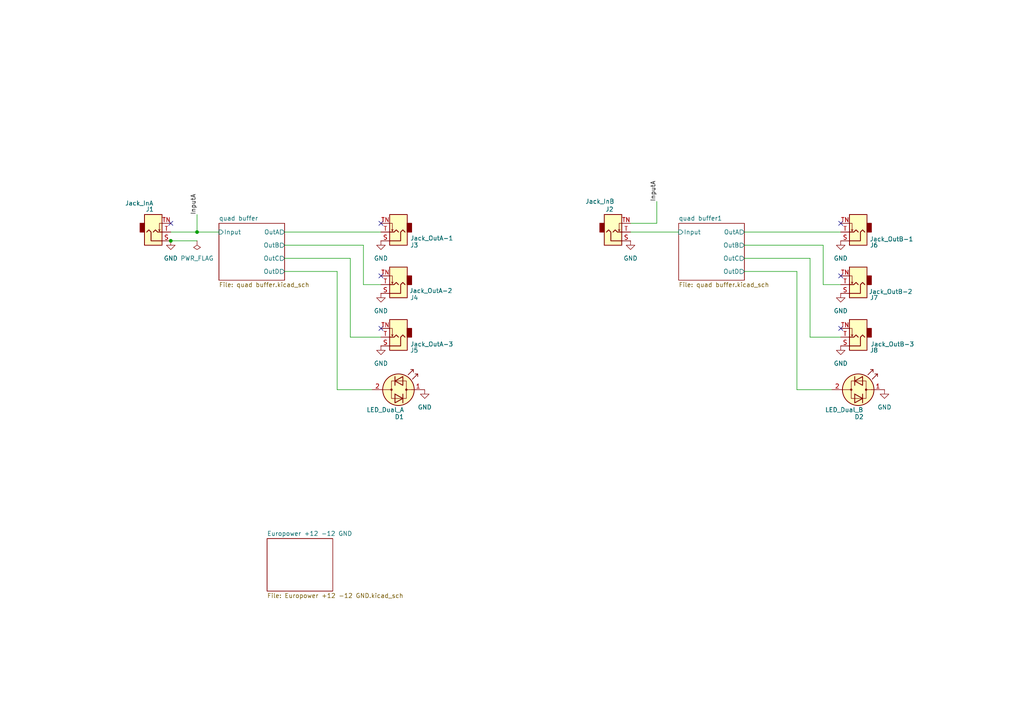
<source format=kicad_sch>
(kicad_sch (version 20250114) (generator "eeschema") (generator_version "9.0")
  (paper "A4")
  (title_block (title "Multiple Buffer Active") (date "2026-02-11") (rev "v1.1") (company "Dirty Dream - Nathanael Noir"))
  (lib_symbols
    (symbol "Connector_Audio:AudioJack2_SwitchT"
      (property "Reference" "J" (at 0 8.89 0))
      (property "Value" "AudioJack2_SwitchT" (at 0 6.35 0))
      (symbol "AudioJack2_SwitchT_0_1"
        (rectangle (start -2.54 0) (end -3.81 -2.54) (stroke (width 0.254)) (fill (type outline)))
        (polyline (pts (xy 0 0) (xy 0.635 -0.635) (xy 1.27 0) (xy 2.54 0)) (stroke (width 0.254)))
        (polyline (pts (xy 1.778 -0.254) (xy 2.032 -0.762)))
        (rectangle (start 2.54 3.81) (end -2.54 -5.08) (stroke (width 0.254)) (fill (type background)))
        (polyline (pts (xy 2.54 2.54) (xy -0.635 2.54) (xy -0.635 0) (xy -1.27 -0.635) (xy -1.905 0)) (stroke (width 0.254)))
        (polyline (pts (xy 2.54 -2.54) (xy 1.778 -2.54) (xy 1.778 -0.254) (xy 1.524 -0.762)))
      )
      (symbol "AudioJack2_SwitchT_1_1"
        (pin passive line (at 5.08 2.54 180) (length 2.54) (name "~") (number "S"))
        (pin passive line (at 5.08 0 180) (length 2.54) (name "~") (number "T"))
        (pin passive line (at 5.08 -2.54 180) (length 2.54) (name "~") (number "TN"))
      )
    )
    (symbol "Device:LED_Dual_Bidirectional" (pin_names (offset 0) (hide yes))
      (property "Reference" "D" (at 0 5.715 0))
      (property "Value" "LED_Dual_Bidirectional" (at 0 -6.35 0))
      (symbol "LED_Dual_Bidirectional_0_1"
        (polyline (pts (xy -4.572 0) (xy -2.54 0)))
        (circle (center -2.032 0) (radius 0.254) (fill (type outline)))
        (polyline (pts (xy -2.032 0) (xy -2.54 0)))
        (polyline (pts (xy -1.016 3.81) (xy -1.016 1.27)) (stroke (width 0.254)))
        (polyline (pts (xy -1.016 -1.27) (xy -1.016 -3.81) (xy 1.27 -2.54) (xy -1.016 -1.27)) (stroke (width 0.254)))
        (circle (center 0 0) (radius 4.572) (stroke (width 0.254)) (fill (type background)))
        (polyline (pts (xy 1.27 3.81) (xy 1.27 1.27) (xy -1.016 2.54) (xy 1.27 3.81)) (stroke (width 0.254)))
        (polyline (pts (xy 1.27 -1.27) (xy 1.27 -3.81)) (stroke (width 0.254)))
        (polyline (pts (xy 2.286 2.54) (xy -2.032 2.54) (xy -2.032 -2.54) (xy 2.286 -2.54) (xy 2.286 2.54)))
        (circle (center 2.286 0) (radius 0.254) (fill (type outline)))
        (polyline (pts (xy 2.794 4.318) (xy 4.318 5.842) (xy 3.556 5.842)) (stroke (width 0.2032)))
        (polyline (pts (xy 4.064 3.048) (xy 5.588 4.572) (xy 4.826 4.572)) (stroke (width 0.2032)))
        (polyline (pts (xy 4.064 0) (xy 2.286 0)) (fill (type outline)))
        (polyline (pts (xy 4.318 5.842) (xy 4.318 5.08)) (stroke (width 0.2032)))
        (polyline (pts (xy 5.588 4.572) (xy 5.588 3.81)) (stroke (width 0.2032)))
      )
      (symbol "LED_Dual_Bidirectional_1_1"
        (pin input line (at -7.62 0 0) (length 3.048) (name "AK") (number "2"))
        (pin input line (at 7.62 0 180) (length 3.81) (name "KA") (number "1"))
      )
    )
    (symbol "power:GND" (power) (pin_numbers (hide yes)) (pin_names (offset 0) (hide yes))
      (property "Value" "GND" (at 0 -3.81 0))
      (symbol "GND_0_1"
        (polyline (pts (xy 0 0) (xy 0 -1.27) (xy 1.27 -1.27) (xy 0 -2.54) (xy -1.27 -1.27) (xy 0 -1.27)))
      )
      (symbol "GND_1_1"
        (pin power_in line (at 0 0 270) (length 0) (name "~") (number "1"))
      )
    )
    (symbol "power:PWR_FLAG" (power) (pin_numbers (hide yes)) (pin_names (offset 0) (hide yes))
      (property "Value" "PWR_FLAG" (at 0 3.81 0))
      (symbol "PWR_FLAG_0_0"
        (pin power_out line (at 0 0 90) (length 0) (name "~") (number "1"))
      )
      (symbol "PWR_FLAG_0_1"
        (polyline (pts (xy 0 0) (xy 0 1.27) (xy -1.016 1.905) (xy 0 2.54) (xy 1.016 1.905) (xy 0 1.27)))
      )
    )
  )
  (junction (at 57.15 67.31))
  (junction (at 49.53 69.85))
  (no_connect (at 243.84 95.25))
  (no_connect (at 110.49 64.77))
  (no_connect (at 110.49 80.01))
  (no_connect (at 243.84 64.77))
  (no_connect (at 49.53 64.77))
  (no_connect (at 110.49 95.25))
  (no_connect (at 243.84 80.01))
  (wire (pts (xy 49.53 69.85) (xy 57.15 69.85)))
  (wire (pts (xy 234.95 74.93) (xy 215.9 74.93)))
  (wire (pts (xy 105.41 82.55) (xy 110.49 82.55)))
  (wire (pts (xy 231.14 78.74) (xy 231.14 113.03)))
  (wire (pts (xy 97.79 113.03) (xy 107.95 113.03)))
  (wire (pts (xy 215.9 71.12) (xy 238.76 71.12)))
  (wire (pts (xy 82.55 78.74) (xy 97.79 78.74)))
  (wire (pts (xy 82.55 71.12) (xy 105.41 71.12)))
  (wire (pts (xy 234.95 74.93) (xy 234.95 97.79)))
  (wire (pts (xy 57.15 62.23) (xy 57.15 67.31)))
  (wire (pts (xy 182.88 67.31) (xy 196.85 67.31)))
  (wire (pts (xy 97.79 78.74) (xy 97.79 113.03)))
  (wire (pts (xy 215.9 67.31) (xy 243.84 67.31)))
  (wire (pts (xy 82.55 67.31) (xy 110.49 67.31)))
  (wire (pts (xy 231.14 113.03) (xy 241.3 113.03)))
  (wire (pts (xy 215.9 78.74) (xy 231.14 78.74)))
  (wire (pts (xy 238.76 82.55) (xy 243.84 82.55)))
  (wire (pts (xy 238.76 71.12) (xy 238.76 82.55)))
  (wire (pts (xy 190.5 58.42) (xy 190.5 64.77)))
  (wire (pts (xy 101.6 74.93) (xy 82.55 74.93)))
  (wire (pts (xy 49.53 67.31) (xy 57.15 67.31)))
  (wire (pts (xy 105.41 71.12) (xy 105.41 82.55)))
  (wire (pts (xy 101.6 97.79) (xy 110.49 97.79)))
  (wire (pts (xy 57.15 67.31) (xy 63.5 67.31)))
  (wire (pts (xy 234.95 97.79) (xy 243.84 97.79)))
  (wire (pts (xy 190.5 64.77) (xy 182.88 64.77)))
  (wire (pts (xy 101.6 74.93) (xy 101.6 97.79)))
  (label "InputA" (at 190.5 58.42 90))
  (label "InputA" (at 57.15 62.23 90))
  (symbol (lib_id "Connector_Audio:AudioJack2_SwitchT") (at 248.92 82.55 180) (unit 1)
    (property "Reference" "J7" (at 253.492 86.36 0))
    (property "Value" "Jack_OutB-2" (at 258.318 84.582 0))
    (property "Footprint" "AudioJacks2:Jack_3.5mm_QingPu_WQP-PJ398SM_Vertical" (effects (hide yes)))
    (property "Datasheet" "https://www.taydaelectronics.com/datasheets/files/w-qp-518ma_drawings.pdf" (effects (hide yes)))
    (property "Description" "Audio Jack, 2 Poles (Mono / TS), Switched T Pole (Normalling)" (effects (hide yes)))
  )
  (symbol (lib_id "power:GND") (at 243.84 100.33 0) (unit 1)
    (property "Reference" "#PWR08" (effects (hide yes)))
    (property "Value" "GND" (at 243.84 105.41 0))
    (property "Description" "Power symbol creates a global label with name \"GND\" , ground" (effects (hide yes)))
  )
  (symbol (lib_id "power:GND") (at 243.84 85.09 0) (unit 1)
    (property "Reference" "#PWR07" (effects (hide yes)))
    (property "Value" "GND" (at 243.84 90.17 0))
    (property "Description" "Power symbol creates a global label with name \"GND\" , ground" (effects (hide yes)))
  )
  (symbol (lib_id "power:GND") (at 110.49 85.09 0) (unit 1)
    (property "Reference" "#PWR04" (effects (hide yes)))
    (property "Value" "GND" (at 110.49 90.17 0))
    (property "Description" "Power symbol creates a global label with name \"GND\" , ground" (effects (hide yes)))
  )
  (symbol (lib_id "power:GND") (at 182.88 69.85 0) (unit 1)
    (property "Reference" "#PWR02" (effects (hide yes)))
    (property "Value" "GND" (at 182.88 74.93 0))
    (property "Description" "Power symbol creates a global label with name \"GND\" , ground" (effects (hide yes)))
  )
  (symbol (lib_id "power:GND") (at 110.49 69.85 0) (unit 1)
    (property "Reference" "#PWR03" (effects (hide yes)))
    (property "Value" "GND" (at 110.49 74.93 0))
    (property "Description" "Power symbol creates a global label with name \"GND\" , ground" (effects (hide yes)))
  )
  (symbol (lib_id "power:GND") (at 49.53 69.85 0) (unit 1)
    (property "Reference" "#PWR01" (effects (hide yes)))
    (property "Value" "GND" (at 49.53 74.93 0))
    (property "Description" "Power symbol creates a global label with name \"GND\" , ground" (effects (hide yes)))
  )
  (symbol (lib_id "Connector_Audio:AudioJack2_SwitchT") (at 248.92 67.31 180) (unit 1)
    (property "Reference" "J6" (at 253.492 71.12 0))
    (property "Value" "Jack_OutB-1" (at 258.572 69.342 0))
    (property "Footprint" "AudioJacks2:Jack_3.5mm_QingPu_WQP-PJ398SM_Vertical" (effects (hide yes)))
    (property "Datasheet" "https://www.taydaelectronics.com/datasheets/files/w-qp-518ma_drawings.pdf" (effects (hide yes)))
    (property "Description" "Audio Jack, 2 Poles (Mono / TS), Switched T Pole (Normalling)" (effects (hide yes)))
  )
  (symbol (lib_id "power:PWR_FLAG") (at 57.15 69.85 180) (unit 1)
    (property "Reference" "#FLG03" (effects (hide yes)))
    (property "Value" "PWR_FLAG" (at 57.15 74.93 0))
    (property "Description" "Special symbol for telling ERC where power comes from" (effects (hide yes)))
  )
  (symbol (lib_id "Connector_Audio:AudioJack2_SwitchT") (at 177.8 67.31 0) (mirror x) (unit 1)
    (property "Reference" "J2" (at 176.784 60.706 0))
    (property "Value" "Jack_InB" (at 173.99 58.42 0))
    (property "Footprint" "AudioJacks2:Jack_3.5mm_QingPu_WQP-PJ398SM_Vertical" (effects (hide yes)))
    (property "Datasheet" "https://www.taydaelectronics.com/datasheets/files/w-qp-518ma_drawings.pdf" (effects (hide yes)))
    (property "Description" "Audio Jack, 2 Poles (Mono / TS), Switched T Pole (Normalling)" (effects (hide yes)))
  )
  (symbol (lib_id "power:GND") (at 243.84 69.85 0) (unit 1)
    (property "Reference" "#PWR06" (effects (hide yes)))
    (property "Value" "GND" (at 243.84 74.93 0))
    (property "Description" "Power symbol creates a global label with name \"GND\" , ground" (effects (hide yes)))
  )
  (symbol (lib_id "Connector_Audio:AudioJack2_SwitchT") (at 115.57 82.55 180) (unit 1)
    (property "Reference" "J4" (at 120.142 86.36 0))
    (property "Value" "Jack_OutA-2" (at 124.968 84.328 0))
    (property "Footprint" "AudioJacks2:Jack_3.5mm_QingPu_WQP-PJ398SM_Vertical" (effects (hide yes)))
    (property "Datasheet" "https://www.taydaelectronics.com/datasheets/files/w-qp-518ma_drawings.pdf" (effects (hide yes)))
    (property "Description" "Audio Jack, 2 Poles (Mono / TS), Switched T Pole (Normalling)" (effects (hide yes)))
  )
  (symbol (lib_id "Device:LED_Dual_Bidirectional") (at 248.92 113.03 0) (unit 1)
    (property "Reference" "D2" (at 249.174 120.904 0))
    (property "Value" "LED_Dual_B" (at 244.856 118.872 0))
    (property "Footprint" "LED_THT:LED_D3.0mm" (effects (hide yes)))
    (property "Datasheet" "https://www.taydaelectronics.com/bi-color-led-3mm-red-green.html" (effects (hide yes)))
    (property "Description" "Dual LED, bidirectional" (effects (hide yes)))
  )
  (symbol (lib_id "power:GND") (at 110.49 100.33 0) (unit 1)
    (property "Reference" "#PWR05" (effects (hide yes)))
    (property "Value" "GND" (at 110.49 105.41 0))
    (property "Description" "Power symbol creates a global label with name \"GND\" , ground" (effects (hide yes)))
  )
  (symbol (lib_id "Device:LED_Dual_Bidirectional") (at 115.57 113.03 0) (unit 1)
    (property "Reference" "D1" (at 115.824 120.904 0))
    (property "Value" "LED_Dual_A" (at 111.76 118.872 0))
    (property "Footprint" "LED_THT:LED_D3.0mm" (effects (hide yes)))
    (property "Datasheet" "https://www.taydaelectronics.com/bi-color-led-3mm-red-green.html" (effects (hide yes)))
    (property "Description" "Dual LED, bidirectional" (effects (hide yes)))
  )
  (symbol (lib_id "power:GND") (at 256.54 113.03 0) (unit 1)
    (property "Reference" "#PWR010" (effects (hide yes)))
    (property "Value" "GND" (at 256.54 118.11 0))
    (property "Description" "Power symbol creates a global label with name \"GND\" , ground" (effects (hide yes)))
  )
  (symbol (lib_id "Connector_Audio:AudioJack2_SwitchT") (at 115.57 97.79 180) (unit 1)
    (property "Reference" "J5" (at 120.142 101.6 0))
    (property "Value" "Jack_OutA-3" (at 125.222 99.822 0))
    (property "Footprint" "AudioJacks2:Jack_3.5mm_QingPu_WQP-PJ398SM_Vertical" (effects (hide yes)))
    (property "Datasheet" "https://www.taydaelectronics.com/datasheets/files/w-qp-518ma_drawings.pdf" (effects (hide yes)))
    (property "Description" "Audio Jack, 2 Poles (Mono / TS), Switched T Pole (Normalling)" (effects (hide yes)))
  )
  (symbol (lib_id "power:GND") (at 123.19 113.03 0) (unit 1)
    (property "Reference" "#PWR09" (effects (hide yes)))
    (property "Value" "GND" (at 123.19 118.11 0))
    (property "Description" "Power symbol creates a global label with name \"GND\" , ground" (effects (hide yes)))
  )
  (symbol (lib_id "Connector_Audio:AudioJack2_SwitchT") (at 248.92 97.79 180) (unit 1)
    (property "Reference" "J8" (at 253.492 101.6 0))
    (property "Value" "Jack_OutB-3" (at 258.826 99.822 0))
    (property "Footprint" "AudioJacks2:Jack_3.5mm_QingPu_WQP-PJ398SM_Vertical" (effects (hide yes)))
    (property "Datasheet" "https://www.taydaelectronics.com/datasheets/files/w-qp-518ma_drawings.pdf" (effects (hide yes)))
    (property "Description" "Audio Jack, 2 Poles (Mono / TS), Switched T Pole (Normalling)" (effects (hide yes)))
  )
  (symbol (lib_id "Connector_Audio:AudioJack2_SwitchT") (at 44.45 67.31 0) (mirror x) (unit 1)
    (property "Reference" "J1" (at 43.434 60.706 0))
    (property "Value" "Jack_InA" (at 40.386 58.928 0))
    (property "Footprint" "AudioJacks2:Jack_3.5mm_QingPu_WQP-PJ398SM_Vertical" (effects (hide yes)))
    (property "Datasheet" "https://www.taydaelectronics.com/datasheets/files/w-qp-518ma_drawings.pdf" (effects (hide yes)))
    (property "Description" "Audio Jack, 2 Poles (Mono / TS), Switched T Pole (Normalling)" (effects (hide yes)))
  )
  (symbol (lib_id "Connector_Audio:AudioJack2_SwitchT") (at 115.57 67.31 180) (unit 1)
    (property "Reference" "J3" (at 120.142 71.12 0))
    (property "Value" "Jack_OutA-1" (at 125.222 69.088 0))
    (property "Footprint" "AudioJacks2:Jack_3.5mm_QingPu_WQP-PJ398SM_Vertical" (effects (hide yes)))
    (property "Datasheet" "https://www.taydaelectronics.com/datasheets/files/w-qp-518ma_drawings.pdf" (effects (hide yes)))
    (property "Description" "Audio Jack, 2 Poles (Mono / TS), Switched T Pole (Normalling)" (effects (hide yes)))
  )
  (sheet (at 77.47 156.21) (size 19.05 15.24) (stroke (width 0.1524))
    (property "Sheetname" "Europower +12 -12 GND" (at 77.47 155.4984 0) (effects (justify left bottom)))
    (property "Sheetfile" "Europower +12 -12 GND.kicad_sch" (at 77.47 172.0346 0) (effects (justify left top)))
  )
  (sheet (at 63.5 64.77) (size 19.05 16.51) (stroke (width 0.1524))
    (property "Sheetname" "quad buffer" (at 63.5 64.0584 0) (effects (justify left bottom)))
    (property "Sheetfile" "quad buffer.kicad_sch" (at 63.5 81.8646 0) (effects (justify left top)))
    (pin "Input" input (at 63.5 67.31 180))
    (pin "OutA" output (at 82.55 67.31 0))
    (pin "OutB" output (at 82.55 71.12 0))
    (pin "OutC" output (at 82.55 74.93 0))
    (pin "OutD" output (at 82.55 78.74 0))
  )
  (sheet (at 196.85 64.77) (size 19.05 16.51) (stroke (width 0.1524))
    (property "Sheetname" "quad buffer1" (at 196.85 64.0584 0) (effects (justify left bottom)))
    (property "Sheetfile" "quad buffer.kicad_sch" (at 196.85 81.8646 0) (effects (justify left top)))
    (pin "Input" input (at 196.85 67.31 180))
    (pin "OutA" output (at 215.9 67.31 0))
    (pin "OutB" output (at 215.9 71.12 0))
    (pin "OutC" output (at 215.9 74.93 0))
    (pin "OutD" output (at 215.9 78.74 0))
  )
)
</source>
